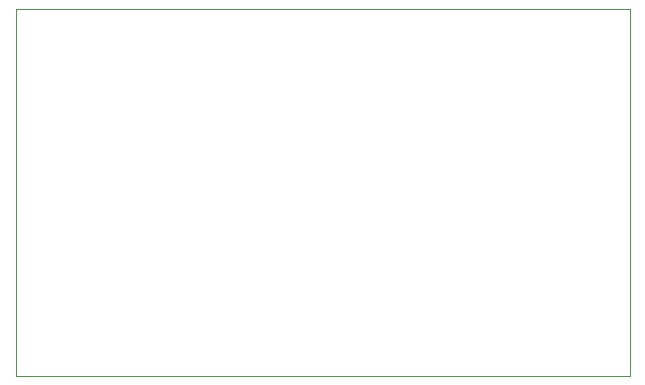
<source format=gbr>
G04 #@! TF.GenerationSoftware,KiCad,Pcbnew,(5.1.5-0)*
G04 #@! TF.CreationDate,2021-08-12T18:14:52-04:00*
G04 #@! TF.ProjectId,ESC_V3,4553435f-5633-42e6-9b69-6361645f7063,rev?*
G04 #@! TF.SameCoordinates,Original*
G04 #@! TF.FileFunction,Profile,NP*
%FSLAX46Y46*%
G04 Gerber Fmt 4.6, Leading zero omitted, Abs format (unit mm)*
G04 Created by KiCad (PCBNEW (5.1.5-0)) date 2021-08-12 18:14:52*
%MOMM*%
%LPD*%
G04 APERTURE LIST*
%ADD10C,0.050000*%
G04 APERTURE END LIST*
D10*
X156000000Y-96000000D02*
X104000000Y-96000000D01*
X156000000Y-65000000D02*
X156000000Y-96000000D01*
X104000000Y-65000000D02*
X156000000Y-65000000D01*
X104000000Y-96000000D02*
X104000000Y-65000000D01*
M02*

</source>
